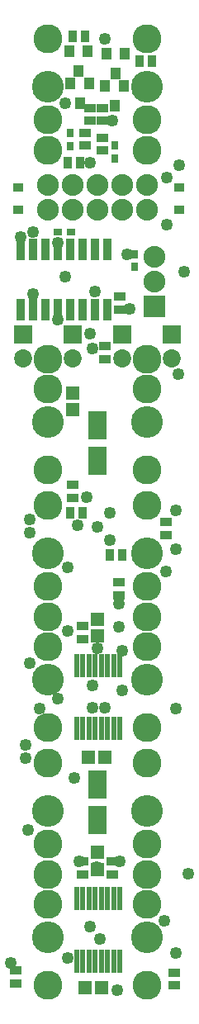
<source format=gts>
G04 MADE WITH FRITZING*
G04 WWW.FRITZING.ORG*
G04 DOUBLE SIDED*
G04 HOLES PLATED*
G04 CONTOUR ON CENTER OF CONTOUR VECTOR*
%ASAXBY*%
%FSLAX23Y23*%
%MOIN*%
%OFA0B0*%
%SFA1.0B1.0*%
%ADD10C,0.049370*%
%ADD11C,0.088000*%
%ADD12C,0.072992*%
%ADD13C,0.117087*%
%ADD14C,0.128110*%
%ADD15R,0.045433X0.037559*%
%ADD16R,0.023779X0.096614*%
%ADD17R,0.072992X0.112362*%
%ADD18R,0.088000X0.088000*%
%ADD19R,0.037559X0.045433*%
%ADD20R,0.029685X0.037559*%
%ADD21R,0.037559X0.029685*%
%ADD22R,0.072992X0.072992*%
%ADD23R,0.036000X0.090000*%
%ADD24R,0.041496X0.045433*%
%ADD25R,0.042677X0.034803*%
%ADD26R,0.057244X0.053307*%
%ADD27R,0.053307X0.057244*%
%LNMASK1*%
G90*
G70*
G54D10*
X660Y321D03*
X385Y536D03*
X270Y171D03*
X295Y896D03*
X110Y686D03*
X100Y976D03*
X155Y1176D03*
X370Y2631D03*
X230Y1216D03*
X755Y511D03*
X470Y41D03*
X440Y1966D03*
X440Y1856D03*
X490Y1411D03*
X715Y2526D03*
X705Y1976D03*
X705Y1821D03*
X705Y1176D03*
X115Y1886D03*
X115Y1361D03*
X100Y1031D03*
X360Y296D03*
X705Y191D03*
X665Y1731D03*
X400Y246D03*
X115Y1941D03*
X270Y1746D03*
X475Y1601D03*
X475Y1506D03*
X490Y1251D03*
X360Y2691D03*
X131Y3101D03*
X361Y3381D03*
X511Y3011D03*
X381Y2861D03*
X671Y3321D03*
X671Y3131D03*
X261Y2921D03*
X521Y2791D03*
X231Y2746D03*
X270Y1491D03*
X345Y2031D03*
X370Y1271D03*
X370Y1181D03*
X310Y1916D03*
X40Y151D03*
X420Y1181D03*
X390Y1911D03*
X131Y2851D03*
X480Y561D03*
X315Y561D03*
X231Y3056D03*
X261Y3621D03*
X421Y3881D03*
X81Y3081D03*
X390Y1421D03*
X721Y3371D03*
X451Y3551D03*
X741Y2941D03*
G54D11*
X621Y2801D03*
X621Y2901D03*
X621Y3001D03*
X621Y2801D03*
X621Y2901D03*
X621Y3001D03*
X591Y3291D03*
X491Y3291D03*
X391Y3291D03*
X291Y3291D03*
X191Y3291D03*
X591Y3291D03*
X491Y3291D03*
X391Y3291D03*
X291Y3291D03*
X191Y3291D03*
X191Y3191D03*
X291Y3191D03*
X391Y3191D03*
X491Y3191D03*
X591Y3191D03*
G54D12*
X691Y2689D03*
X691Y2591D03*
X691Y2689D03*
X691Y2591D03*
X491Y2689D03*
X491Y2591D03*
X491Y2689D03*
X491Y2591D03*
X91Y2689D03*
X91Y2591D03*
X91Y2689D03*
X91Y2591D03*
X291Y2689D03*
X291Y2591D03*
X291Y2689D03*
X291Y2591D03*
G54D13*
X191Y3432D03*
X191Y3554D03*
X191Y3881D03*
G54D14*
X191Y3687D03*
G54D13*
X191Y3432D03*
X191Y3554D03*
X191Y3881D03*
G54D14*
X191Y3687D03*
G54D13*
X591Y1549D03*
X591Y1671D03*
X591Y1997D03*
G54D14*
X591Y1804D03*
G54D13*
X591Y1549D03*
X591Y1671D03*
X591Y1997D03*
G54D14*
X591Y1804D03*
G54D13*
X591Y2589D03*
X591Y2467D03*
X591Y2141D03*
G54D14*
X590Y2334D03*
G54D13*
X591Y2589D03*
X591Y2467D03*
X591Y2141D03*
G54D14*
X590Y2334D03*
G54D13*
X591Y509D03*
X591Y631D03*
X591Y957D03*
G54D14*
X591Y764D03*
G54D13*
X591Y509D03*
X591Y631D03*
X591Y957D03*
G54D14*
X591Y764D03*
G54D13*
X591Y1549D03*
X591Y1427D03*
X591Y1101D03*
G54D14*
X590Y1294D03*
G54D13*
X591Y1549D03*
X591Y1427D03*
X591Y1101D03*
G54D14*
X590Y1294D03*
G54D13*
X591Y509D03*
X591Y387D03*
X591Y61D03*
G54D14*
X590Y254D03*
G54D13*
X591Y509D03*
X591Y387D03*
X591Y61D03*
G54D14*
X590Y254D03*
G54D13*
X191Y509D03*
X191Y387D03*
X191Y61D03*
G54D14*
X190Y254D03*
G54D13*
X191Y509D03*
X191Y387D03*
X191Y61D03*
G54D14*
X190Y254D03*
G54D13*
X191Y509D03*
X191Y631D03*
X191Y957D03*
G54D14*
X191Y764D03*
G54D13*
X191Y509D03*
X191Y631D03*
X191Y957D03*
G54D14*
X191Y764D03*
G54D13*
X191Y1549D03*
X191Y1427D03*
X191Y1101D03*
G54D14*
X190Y1294D03*
G54D13*
X191Y1549D03*
X191Y1427D03*
X191Y1101D03*
G54D14*
X190Y1294D03*
G54D13*
X191Y1549D03*
X191Y1671D03*
X191Y1997D03*
G54D14*
X191Y1804D03*
G54D13*
X191Y1549D03*
X191Y1671D03*
X191Y1997D03*
G54D14*
X191Y1804D03*
G54D13*
X191Y2589D03*
X191Y2467D03*
X191Y2141D03*
G54D14*
X190Y2334D03*
G54D13*
X191Y2589D03*
X191Y2467D03*
X191Y2141D03*
G54D14*
X190Y2334D03*
G54D13*
X591Y3432D03*
X591Y3554D03*
X591Y3881D03*
G54D14*
X591Y3687D03*
G54D13*
X591Y3432D03*
X591Y3554D03*
X591Y3881D03*
G54D14*
X591Y3687D03*
G54D15*
X331Y561D03*
X331Y509D03*
X331Y1511D03*
X331Y1459D03*
G54D16*
X306Y159D03*
X331Y159D03*
X356Y159D03*
X381Y159D03*
X406Y159D03*
X431Y159D03*
X456Y159D03*
X481Y159D03*
X481Y411D03*
X456Y411D03*
X431Y411D03*
X406Y411D03*
X381Y411D03*
X356Y411D03*
X331Y411D03*
X306Y411D03*
G54D17*
X391Y729D03*
X391Y871D03*
X391Y2179D03*
X391Y2321D03*
G54D18*
X621Y2801D03*
X621Y2801D03*
G54D19*
X289Y3891D03*
X341Y3891D03*
G54D15*
X411Y3551D03*
X411Y3602D03*
G54D20*
X541Y2961D03*
X541Y3012D03*
G54D21*
X282Y3101D03*
X231Y3101D03*
G54D15*
X666Y1931D03*
X666Y1879D03*
G54D22*
X691Y2689D03*
X691Y2689D03*
X491Y2689D03*
X491Y2689D03*
X91Y2689D03*
X91Y2689D03*
X291Y2689D03*
X291Y2689D03*
G54D23*
X80Y2789D03*
X130Y2789D03*
X180Y2789D03*
X230Y2789D03*
X280Y2789D03*
X330Y2789D03*
X380Y2789D03*
X430Y2789D03*
X430Y3031D03*
X380Y3031D03*
X330Y3031D03*
X280Y3031D03*
X230Y3031D03*
X180Y3031D03*
X130Y3031D03*
X80Y3031D03*
G54D19*
X611Y3791D03*
X559Y3791D03*
G54D24*
X501Y3821D03*
X426Y3821D03*
X463Y3742D03*
X495Y3691D03*
X421Y3691D03*
X458Y3612D03*
G54D15*
X481Y2841D03*
X481Y2789D03*
G54D20*
X461Y3451D03*
X461Y3399D03*
G54D24*
X351Y3831D03*
X276Y3831D03*
X313Y3752D03*
X355Y3701D03*
X281Y3701D03*
X318Y3622D03*
G54D15*
X341Y3451D03*
X341Y3502D03*
X361Y3551D03*
X361Y3602D03*
G54D19*
X321Y3381D03*
X269Y3381D03*
G54D20*
X281Y3501D03*
X281Y3449D03*
G54D15*
X411Y3482D03*
X411Y3431D03*
G54D16*
X306Y1099D03*
X331Y1099D03*
X356Y1099D03*
X381Y1099D03*
X406Y1099D03*
X431Y1099D03*
X456Y1099D03*
X481Y1099D03*
X481Y1351D03*
X456Y1351D03*
X431Y1351D03*
X406Y1351D03*
X381Y1351D03*
X356Y1351D03*
X331Y1351D03*
X306Y1351D03*
G54D15*
X291Y2081D03*
X291Y2029D03*
X421Y2641D03*
X421Y2589D03*
G54D19*
X279Y1966D03*
X331Y1966D03*
X491Y1796D03*
X439Y1796D03*
G54D15*
X451Y561D03*
X451Y509D03*
X701Y61D03*
X701Y112D03*
X61Y69D03*
X61Y121D03*
X476Y1686D03*
X476Y1634D03*
G54D25*
X721Y3281D03*
X721Y3191D03*
X71Y3281D03*
X71Y3190D03*
G54D26*
X407Y51D03*
X341Y51D03*
X420Y981D03*
X353Y981D03*
G54D27*
X291Y2451D03*
X291Y2384D03*
X391Y596D03*
X391Y529D03*
X391Y1538D03*
X391Y1471D03*
G04 End of Mask1*
M02*
</source>
